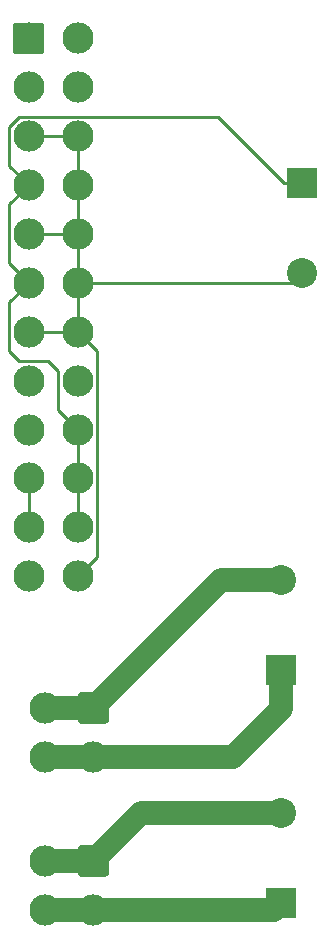
<source format=gbr>
G04 #@! TF.GenerationSoftware,KiCad,Pcbnew,(5.1.4)-1*
G04 #@! TF.CreationDate,2020-06-07T22:10:05-04:00*
G04 #@! TF.ProjectId,atx2,61747832-2e6b-4696-9361-645f70636258,rev?*
G04 #@! TF.SameCoordinates,Original*
G04 #@! TF.FileFunction,Copper,L1,Top*
G04 #@! TF.FilePolarity,Positive*
%FSLAX46Y46*%
G04 Gerber Fmt 4.6, Leading zero omitted, Abs format (unit mm)*
G04 Created by KiCad (PCBNEW (5.1.4)-1) date 2020-06-07 22:10:05*
%MOMM*%
%LPD*%
G04 APERTURE LIST*
%ADD10C,0.100000*%
%ADD11C,2.640000*%
%ADD12R,2.540000X2.540000*%
%ADD13C,2.540000*%
%ADD14C,0.250000*%
%ADD15C,2.000000*%
G04 APERTURE END LIST*
D10*
G36*
X69269505Y-76229205D02*
G01*
X69293774Y-76232805D01*
X69317572Y-76238766D01*
X69340672Y-76247031D01*
X69362850Y-76257521D01*
X69383894Y-76270134D01*
X69403599Y-76284748D01*
X69421778Y-76301224D01*
X69438254Y-76319403D01*
X69452868Y-76339108D01*
X69465481Y-76360152D01*
X69475971Y-76382330D01*
X69484236Y-76405430D01*
X69490197Y-76429228D01*
X69493797Y-76453497D01*
X69495001Y-76478001D01*
X69495001Y-78618001D01*
X69493797Y-78642505D01*
X69490197Y-78666774D01*
X69484236Y-78690572D01*
X69475971Y-78713672D01*
X69465481Y-78735850D01*
X69452868Y-78756894D01*
X69438254Y-78776599D01*
X69421778Y-78794778D01*
X69403599Y-78811254D01*
X69383894Y-78825868D01*
X69362850Y-78838481D01*
X69340672Y-78848971D01*
X69317572Y-78857236D01*
X69293774Y-78863197D01*
X69269505Y-78866797D01*
X69245001Y-78868001D01*
X67105001Y-78868001D01*
X67080497Y-78866797D01*
X67056228Y-78863197D01*
X67032430Y-78857236D01*
X67009330Y-78848971D01*
X66987152Y-78838481D01*
X66966108Y-78825868D01*
X66946403Y-78811254D01*
X66928224Y-78794778D01*
X66911748Y-78776599D01*
X66897134Y-78756894D01*
X66884521Y-78735850D01*
X66874031Y-78713672D01*
X66865766Y-78690572D01*
X66859805Y-78666774D01*
X66856205Y-78642505D01*
X66855001Y-78618001D01*
X66855001Y-76478001D01*
X66856205Y-76453497D01*
X66859805Y-76429228D01*
X66865766Y-76405430D01*
X66874031Y-76382330D01*
X66884521Y-76360152D01*
X66897134Y-76339108D01*
X66911748Y-76319403D01*
X66928224Y-76301224D01*
X66946403Y-76284748D01*
X66966108Y-76270134D01*
X66987152Y-76257521D01*
X67009330Y-76247031D01*
X67032430Y-76238766D01*
X67056228Y-76232805D01*
X67080497Y-76229205D01*
X67105001Y-76228001D01*
X69245001Y-76228001D01*
X69269505Y-76229205D01*
X69269505Y-76229205D01*
G37*
D11*
X68175001Y-77548001D03*
X68175001Y-81688001D03*
X68175001Y-85828001D03*
X68175001Y-89968001D03*
X68175001Y-94108001D03*
X68175001Y-98248001D03*
X68175001Y-102388001D03*
X68175001Y-106528001D03*
X68175001Y-110668001D03*
X68175001Y-114808001D03*
X68175001Y-118948001D03*
X68175001Y-123088001D03*
X72315001Y-77548001D03*
X72315001Y-81688001D03*
X72315001Y-85828001D03*
X72315001Y-89968001D03*
X72315001Y-94108001D03*
X72315001Y-98248001D03*
X72315001Y-102388001D03*
X72315001Y-106528001D03*
X72315001Y-110668001D03*
X72315001Y-114808001D03*
X72315001Y-118948001D03*
X72315001Y-123088001D03*
D10*
G36*
X74754504Y-145874204D02*
G01*
X74778773Y-145877804D01*
X74802571Y-145883765D01*
X74825671Y-145892030D01*
X74847849Y-145902520D01*
X74868893Y-145915133D01*
X74888598Y-145929747D01*
X74906777Y-145946223D01*
X74923253Y-145964402D01*
X74937867Y-145984107D01*
X74950480Y-146005151D01*
X74960970Y-146027329D01*
X74969235Y-146050429D01*
X74975196Y-146074227D01*
X74978796Y-146098496D01*
X74980000Y-146123000D01*
X74980000Y-148263000D01*
X74978796Y-148287504D01*
X74975196Y-148311773D01*
X74969235Y-148335571D01*
X74960970Y-148358671D01*
X74950480Y-148380849D01*
X74937867Y-148401893D01*
X74923253Y-148421598D01*
X74906777Y-148439777D01*
X74888598Y-148456253D01*
X74868893Y-148470867D01*
X74847849Y-148483480D01*
X74825671Y-148493970D01*
X74802571Y-148502235D01*
X74778773Y-148508196D01*
X74754504Y-148511796D01*
X74730000Y-148513000D01*
X72590000Y-148513000D01*
X72565496Y-148511796D01*
X72541227Y-148508196D01*
X72517429Y-148502235D01*
X72494329Y-148493970D01*
X72472151Y-148483480D01*
X72451107Y-148470867D01*
X72431402Y-148456253D01*
X72413223Y-148439777D01*
X72396747Y-148421598D01*
X72382133Y-148401893D01*
X72369520Y-148380849D01*
X72359030Y-148358671D01*
X72350765Y-148335571D01*
X72344804Y-148311773D01*
X72341204Y-148287504D01*
X72340000Y-148263000D01*
X72340000Y-146123000D01*
X72341204Y-146098496D01*
X72344804Y-146074227D01*
X72350765Y-146050429D01*
X72359030Y-146027329D01*
X72369520Y-146005151D01*
X72382133Y-145984107D01*
X72396747Y-145964402D01*
X72413223Y-145946223D01*
X72431402Y-145929747D01*
X72451107Y-145915133D01*
X72472151Y-145902520D01*
X72494329Y-145892030D01*
X72517429Y-145883765D01*
X72541227Y-145877804D01*
X72565496Y-145874204D01*
X72590000Y-145873000D01*
X74730000Y-145873000D01*
X74754504Y-145874204D01*
X74754504Y-145874204D01*
G37*
D11*
X73660000Y-147193000D03*
X69520000Y-147193000D03*
X73660000Y-151333000D03*
X69520000Y-151333000D03*
D12*
X91313000Y-89789000D03*
D13*
X91313000Y-97409000D03*
X89535000Y-143129000D03*
D12*
X89535000Y-150749000D03*
X89535000Y-131064000D03*
D13*
X89535000Y-123444000D03*
D10*
G36*
X74754504Y-132920204D02*
G01*
X74778773Y-132923804D01*
X74802571Y-132929765D01*
X74825671Y-132938030D01*
X74847849Y-132948520D01*
X74868893Y-132961133D01*
X74888598Y-132975747D01*
X74906777Y-132992223D01*
X74923253Y-133010402D01*
X74937867Y-133030107D01*
X74950480Y-133051151D01*
X74960970Y-133073329D01*
X74969235Y-133096429D01*
X74975196Y-133120227D01*
X74978796Y-133144496D01*
X74980000Y-133169000D01*
X74980000Y-135309000D01*
X74978796Y-135333504D01*
X74975196Y-135357773D01*
X74969235Y-135381571D01*
X74960970Y-135404671D01*
X74950480Y-135426849D01*
X74937867Y-135447893D01*
X74923253Y-135467598D01*
X74906777Y-135485777D01*
X74888598Y-135502253D01*
X74868893Y-135516867D01*
X74847849Y-135529480D01*
X74825671Y-135539970D01*
X74802571Y-135548235D01*
X74778773Y-135554196D01*
X74754504Y-135557796D01*
X74730000Y-135559000D01*
X72590000Y-135559000D01*
X72565496Y-135557796D01*
X72541227Y-135554196D01*
X72517429Y-135548235D01*
X72494329Y-135539970D01*
X72472151Y-135529480D01*
X72451107Y-135516867D01*
X72431402Y-135502253D01*
X72413223Y-135485777D01*
X72396747Y-135467598D01*
X72382133Y-135447893D01*
X72369520Y-135426849D01*
X72359030Y-135404671D01*
X72350765Y-135381571D01*
X72344804Y-135357773D01*
X72341204Y-135333504D01*
X72340000Y-135309000D01*
X72340000Y-133169000D01*
X72341204Y-133144496D01*
X72344804Y-133120227D01*
X72350765Y-133096429D01*
X72359030Y-133073329D01*
X72369520Y-133051151D01*
X72382133Y-133030107D01*
X72396747Y-133010402D01*
X72413223Y-132992223D01*
X72431402Y-132975747D01*
X72451107Y-132961133D01*
X72472151Y-132948520D01*
X72494329Y-132938030D01*
X72517429Y-132929765D01*
X72541227Y-132923804D01*
X72565496Y-132920204D01*
X72590000Y-132919000D01*
X74730000Y-132919000D01*
X74754504Y-132920204D01*
X74754504Y-132920204D01*
G37*
D11*
X73660000Y-134239000D03*
X69520000Y-134239000D03*
X73660000Y-138379000D03*
X69520000Y-138379000D03*
D14*
X70041762Y-102388001D02*
X72315001Y-102388001D01*
X68175001Y-102388001D02*
X70041762Y-102388001D01*
X72315001Y-100521240D02*
X72315001Y-98248001D01*
X72315001Y-102388001D02*
X72315001Y-100521240D01*
X72315001Y-96381240D02*
X72315001Y-94108001D01*
X72315001Y-98248001D02*
X72315001Y-96381240D01*
X70448240Y-94108001D02*
X68175001Y-94108001D01*
X72315001Y-94108001D02*
X70448240Y-94108001D01*
X72315001Y-92241240D02*
X72315001Y-89968001D01*
X72315001Y-94108001D02*
X72315001Y-92241240D01*
X72315001Y-88101240D02*
X72315001Y-85828001D01*
X72315001Y-89968001D02*
X72315001Y-88101240D01*
X70448240Y-85828001D02*
X68175001Y-85828001D01*
X72315001Y-85828001D02*
X70448240Y-85828001D01*
X90473999Y-98248001D02*
X91313000Y-97409000D01*
X72315001Y-98248001D02*
X90473999Y-98248001D01*
D15*
X69520000Y-147193000D02*
X73660000Y-147193000D01*
X69520000Y-134239000D02*
X73660000Y-134239000D01*
X77724000Y-143129000D02*
X89535000Y-143129000D01*
X73660000Y-147193000D02*
X77724000Y-143129000D01*
X84455000Y-123444000D02*
X73660000Y-134239000D01*
X89535000Y-123444000D02*
X84455000Y-123444000D01*
D14*
X73635000Y-103708000D02*
X72315001Y-102388001D01*
X73960002Y-104033002D02*
X73635000Y-103708000D01*
X73960002Y-121443000D02*
X73960002Y-104033002D01*
X72315001Y-123088001D02*
X73960002Y-121443000D01*
X72315001Y-118948001D02*
X72315001Y-114808001D01*
X72315001Y-112941240D02*
X72315001Y-110668001D01*
X72315001Y-114808001D02*
X72315001Y-112941240D01*
X70670000Y-109023000D02*
X70995002Y-109348002D01*
X70995002Y-109348002D02*
X72315001Y-110668001D01*
X70670000Y-105738400D02*
X70670000Y-109023000D01*
X69814600Y-104883000D02*
X70670000Y-105738400D01*
X67385400Y-104883000D02*
X69814600Y-104883000D01*
X66530000Y-104027600D02*
X67385400Y-104883000D01*
X66530000Y-99893002D02*
X66530000Y-104027600D01*
X68175001Y-98248001D02*
X66530000Y-99893002D01*
X66855002Y-96928002D02*
X68175001Y-98248001D01*
X66530000Y-96603000D02*
X66855002Y-96928002D01*
X66530000Y-91613002D02*
X66530000Y-96603000D01*
X68175001Y-89968001D02*
X66530000Y-91613002D01*
X89793000Y-89789000D02*
X91313000Y-89789000D01*
X84187000Y-84183000D02*
X89793000Y-89789000D01*
X67385400Y-84183000D02*
X84187000Y-84183000D01*
X66530000Y-85038400D02*
X67385400Y-84183000D01*
X66530000Y-88323000D02*
X66530000Y-85038400D01*
X68175001Y-89968001D02*
X66530000Y-88323000D01*
D15*
X69520000Y-151333000D02*
X73660000Y-151333000D01*
X69520000Y-138379000D02*
X73660000Y-138379000D01*
X88951000Y-151333000D02*
X89535000Y-150749000D01*
X73660000Y-151333000D02*
X88951000Y-151333000D01*
X89535000Y-134334000D02*
X89535000Y-131064000D01*
X85490000Y-138379000D02*
X89535000Y-134334000D01*
X73660000Y-138379000D02*
X85490000Y-138379000D01*
D14*
X68175001Y-117081240D02*
X68175001Y-114808001D01*
X68175001Y-118948001D02*
X68175001Y-117081240D01*
M02*

</source>
